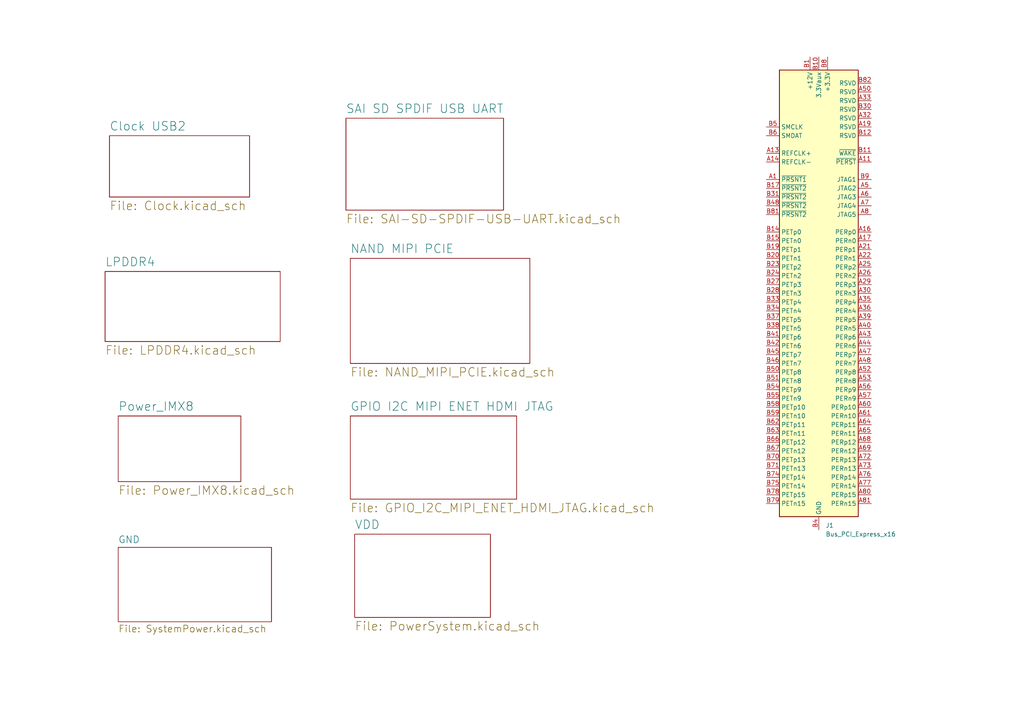
<source format=kicad_sch>
(kicad_sch (version 20230121) (generator eeschema)
  (paper "A4")
  (lib_symbols
    (symbol "Connector:Bus_PCI_Express_x16"
      (property "Reference" "J" (at -8.89 66.04 0))
      (property "Value" "Bus_PCI_Express_x16" (at 13.97 66.04 0))
      (symbol "Bus_PCI_Express_x16_0_1"
        (rectangle (start -11.43 64.77) (end 11.43 -64.77) (stroke (width 0.254)) (fill (type background)))
      )
      (symbol "Bus_PCI_Express_x16_1_1"
        (pin passive line (at -15.24 33.02 0) (length 3.81) (name "~{PRSNT1}") (number "A1"))
        (pin passive line (at 2.54 68.58 270) (length 3.81) hide (name "+3.3V") (number "A10"))
        (pin input line (at 15.24 38.1 180) (length 3.81) (name "~{PERST}") (number "A11"))
        (pin passive line (at 0 -68.58 90) (length 3.81) hide (name "GND") (number "A12"))
        (pin input line (at -15.24 40.64 0) (length 3.81) (name "REFCLK+") (number "A13"))
        (pin input line (at -15.24 38.1 0) (length 3.81) (name "REFCLK-") (number "A14"))
        (pin passive line (at 0 -68.58 90) (length 3.81) hide (name "GND") (number "A15"))
        (pin output line (at 15.24 17.78 180) (length 3.81) (name "PERp0") (number "A16"))
        (pin output line (at 15.24 15.24 180) (length 3.81) (name "PERn0") (number "A17"))
        (pin passive line (at 0 -68.58 90) (length 3.81) hide (name "GND") (number "A18"))
        (pin passive line (at 15.24 48.26 180) (length 3.81) (name "RSVD") (number "A19"))
        (pin passive line (at -2.54 68.58 270) (length 3.81) hide (name "+12V") (number "A2"))
        (pin passive line (at 0 -68.58 90) (length 3.81) hide (name "GND") (number "A20"))
        (pin output line (at 15.24 12.7 180) (length 3.81) (name "PERp1") (number "A21"))
        (pin output line (at 15.24 10.16 180) (length 3.81) (name "PERn1") (number "A22"))
        (pin passive line (at 0 -68.58 90) (length 3.81) hide (name "GND") (number "A23"))
        (pin passive line (at 0 -68.58 90) (length 3.81) hide (name "GND") (number "A24"))
        (pin output line (at 15.24 7.62 180) (length 3.81) (name "PERp2") (number "A25"))
        (pin output line (at 15.24 5.08 180) (length 3.81) (name "PERn2") (number "A26"))
        (pin passive line (at 0 -68.58 90) (length 3.81) hide (name "GND") (number "A27"))
        (pin passive line (at 0 -68.58 90) (length 3.81) hide (name "GND") (number "A28"))
        (pin output line (at 15.24 2.54 180) (length 3.81) (name "PERp3") (number "A29"))
        (pin passive line (at -2.54 68.58 270) (length 3.81) hide (name "+12V") (number "A3"))
        (pin output line (at 15.24 0 180) (length 3.81) (name "PERn3") (number "A30"))
        (pin passive line (at 0 -68.58 90) (length 3.81) hide (name "GND") (number "A31"))
        (pin passive line (at 15.24 50.8 180) (length 3.81) (name "RSVD") (number "A32"))
        (pin passive line (at 15.24 55.88 180) (length 3.81) (name "RSVD") (number "A33"))
        (pin passive line (at 0 -68.58 90) (length 3.81) hide (name "GND") (number "A34"))
        (pin output line (at 15.24 -2.54 180) (length 3.81) (name "PERp4") (number "A35"))
        (pin output line (at 15.24 -5.08 180) (length 3.81) (name "PERn4") (number "A36"))
        (pin passive line (at 0 -68.58 90) (length 3.81) hide (name "GND") (number "A37"))
        (pin passive line (at 0 -68.58 90) (length 3.81) hide (name "GND") (number "A38"))
        (pin output line (at 15.24 -7.62 180) (length 3.81) (name "PERp5") (number "A39"))
        (pin passive line (at 0 -68.58 90) (length 3.81) hide (name "GND") (number "A4"))
        (pin output line (at 15.24 -10.16 180) (length 3.81) (name "PERn5") (number "A40"))
        (pin passive line (at 0 -68.58 90) (length 3.81) hide (name "GND") (number "A41"))
        (pin passive line (at 0 -68.58 90) (length 3.81) hide (name "GND") (number "A42"))
        (pin output line (at 15.24 -12.7 180) (length 3.81) (name "PERp6") (number "A43"))
        (pin output line (at 15.24 -15.24 180) (length 3.81) (name "PERn6") (number "A44"))
        (pin passive line (at 0 -68.58 90) (length 3.81) hide (name "GND") (number "A45"))
        (pin passive line (at 0 -68.58 90) (length 3.81) hide (name "GND") (number "A46"))
        (pin output line (at 15.24 -17.78 180) (length 3.81) (name "PERp7") (number "A47"))
        (pin output line (at 15.24 -20.32 180) (length 3.81) (name "PERn7") (number "A48"))
        (pin passive line (at 0 -68.58 90) (length 3.81) hide (name "GND") (number "A49"))
        (pin input line (at 15.24 30.48 180) (length 3.81) (name "JTAG2") (number "A5"))
        (pin passive line (at 15.24 58.42 180) (length 3.81) (name "RSVD") (number "A50"))
        (pin passive line (at 0 -68.58 90) (length 3.81) hide (name "GND") (number "A51"))
        (pin output line (at 15.24 -22.86 180) (length 3.81) (name "PERp8") (number "A52"))
        (pin output line (at 15.24 -25.4 180) (length 3.81) (name "PERn8") (number "A53"))
        (pin passive line (at 0 -68.58 90) (length 3.81) hide (name "GND") (number "A54"))
        (pin passive line (at 0 -68.58 90) (length 3.81) hide (name "GND") (number "A55"))
        (pin output line (at 15.24 -27.94 180) (length 3.81) (name "PERp9") (number "A56"))
        (pin output line (at 15.24 -30.48 180) (length 3.81) (name "PERn9") (number "A57"))
        (pin passive line (at 0 -68.58 90) (length 3.81) hide (name "GND") (number "A58"))
        (pin passive line (at 0 -68.58 90) (length 3.81) hide (name "GND") (number "A59"))
        (pin input line (at 15.24 27.94 180) (length 3.81) (name "JTAG3") (number "A6"))
        (pin output line (at 15.24 -33.02 180) (length 3.81) (name "PERp10") (number "A60"))
        (pin output line (at 15.24 -35.56 180) (length 3.81) (name "PERn10") (number "A61"))
        (pin passive line (at 0 -68.58 90) (length 3.81) hide (name "GND") (number "A62"))
        (pin passive line (at 0 -68.58 90) (length 3.81) hide (name "GND") (number "A63"))
        (pin output line (at 15.24 -38.1 180) (length 3.81) (name "PERp11") (number "A64"))
        (pin output line (at 15.24 -40.64 180) (length 3.81) (name "PERn11") (number "A65"))
        (pin passive line (at 0 -68.58 90) (length 3.81) hide (name "GND") (number "A66"))
        (pin passive line (at 0 -68.58 90) (length 3.81) hide (name "GND") (number "A67"))
        (pin output line (at 15.24 -43.18 180) (length 3.81) (name "PERp12") (number "A68"))
        (pin output line (at 15.24 -45.72 180) (length 3.81) (name "PERn12") (number "A69"))
        (pin output line (at 15.24 25.4 180) (length 3.81) (name "JTAG4") (number "A7"))
        (pin passive line (at 0 -68.58 90) (length 3.81) hide (name "GND") (number "A70"))
        (pin passive line (at 0 -68.58 90) (length 3.81) hide (name "GND") (number "A71"))
        (pin output line (at 15.24 -48.26 180) (length 3.81) (name "PERp13") (number "A72"))
        (pin output line (at 15.24 -50.8 180) (length 3.81) (name "PERn13") (number "A73"))
        (pin passive line (at 0 -68.58 90) (length 3.81) hide (name "GND") (number "A74"))
        (pin passive line (at 0 -68.58 90) (length 3.81) hide (name "GND") (number "A75"))
        (pin output line (at 15.24 -53.34 180) (length 3.81) (name "PERp14") (number "A76"))
        (pin output line (at 15.24 -55.88 180) (length 3.81) (name "PERn14") (number "A77"))
        (pin passive line (at 0 -68.58 90) (length 3.81) hide (name "GND") (number "A78"))
        (pin passive line (at 0 -68.58 90) (length 3.81) hide (name "GND") (number "A79"))
        (pin input line (at 15.24 22.86 180) (length 3.81) (name "JTAG5") (number "A8"))
        (pin output line (at 15.24 -58.42 180) (length 3.81) (name "PERp15") (number "A80"))
        (pin output line (at 15.24 -60.96 180) (length 3.81) (name "PERn15") (number "A81"))
        (pin passive line (at 0 -68.58 90) (length 3.81) hide (name "GND") (number "A82"))
        (pin passive line (at 2.54 68.58 270) (length 3.81) hide (name "+3.3V") (number "A9"))
        (pin power_in line (at -2.54 68.58 270) (length 3.81) (name "+12V") (number "B1"))
        (pin power_in line (at 0 68.58 270) (length 3.81) (name "3.3Vaux") (number "B10"))
        (pin open_collector line (at 15.24 40.64 180) (length 3.81) (name "~{WAKE}") (number "B11"))
        (pin passive line (at 15.24 45.72 180) (length 3.81) (name "RSVD") (number "B12"))
        (pin passive line (at 0 -68.58 90) (length 3.81) hide (name "GND") (number "B13"))
        (pin input line (at -15.24 17.78 0) (length 3.81) (name "PETp0") (number "B14"))
        (pin input line (at -15.24 15.24 0) (length 3.81) (name "PETn0") (number "B15"))
        (pin passive line (at 0 -68.58 90) (length 3.81) hide (name "GND") (number "B16"))
        (pin passive line (at -15.24 30.48 0) (length 3.81) (name "~{PRSNT2}") (number "B17"))
        (pin passive line (at 0 -68.58 90) (length 3.81) hide (name "GND") (number "B18"))
        (pin input line (at -15.24 12.7 0) (length 3.81) (name "PETp1") (number "B19"))
        (pin passive line (at -2.54 68.58 270) (length 3.81) hide (name "+12V") (number "B2"))
        (pin input line (at -15.24 10.16 0) (length 3.81) (name "PETn1") (number "B20"))
        (pin passive line (at 0 -68.58 90) (length 3.81) hide (name "GND") (number "B21"))
        (pin passive line (at 0 -68.58 90) (length 3.81) hide (name "GND") (number "B22"))
        (pin input line (at -15.24 7.62 0) (length 3.81) (name "PETp2") (number "B23"))
        (pin input line (at -15.24 5.08 0) (length 3.81) (name "PETn2") (number "B24"))
        (pin passive line (at 0 -68.58 90) (length 3.81) hide (name "GND") (number "B25"))
        (pin passive line (at 0 -68.58 90) (length 3.81) hide (name "GND") (number "B26"))
        (pin input line (at -15.24 2.54 0) (length 3.81) (name "PETp3") (number "B27"))
        (pin input line (at -15.24 0 0) (length 3.81) (name "PETn3") (number "B28"))
        (pin passive line (at 0 -68.58 90) (length 3.81) hide (name "GND") (number "B29"))
        (pin passive line (at -2.54 68.58 270) (length 3.81) hide (name "+12V") (number "B3"))
        (pin passive line (at 15.24 53.34 180) (length 3.81) (name "RSVD") (number "B30"))
        (pin passive line (at -15.24 27.94 0) (length 3.81) (name "~{PRSNT2}") (number "B31"))
        (pin passive line (at 0 -68.58 90) (length 3.81) hide (name "GND") (number "B32"))
        (pin input line (at -15.24 -2.54 0) (length 3.81) (name "PETp4") (number "B33"))
        (pin input line (at -15.24 -5.08 0) (length 3.81) (name "PETn4") (number "B34"))
        (pin passive line (at 0 -68.58 90) (length 3.81) hide (name "GND") (number "B35"))
        (pin passive line (at 0 -68.58 90) (length 3.81) hide (name "GND") (number "B36"))
        (pin input line (at -15.24 -7.62 0) (length 3.81) (name "PETp5") (number "B37"))
        (pin input line (at -15.24 -10.16 0) (length 3.81) (name "PETn5") (number "B38"))
        (pin passive line (at 0 -68.58 90) (length 3.81) hide (name "GND") (number "B39"))
        (pin power_in line (at 0 -68.58 90) (length 3.81) (name "GND") (number "B4"))
        (pin passive line (at 0 -68.58 90) (length 3.81) hide (name "GND") (number "B40"))
        (pin input line (at -15.24 -12.7 0) (length 3.81) (name "PETp6") (number "B41"))
        (pin input line (at -15.24 -15.24 0) (length 3.81) (name "PETn6") (number "B42"))
        (pin passive line (at 0 -68.58 90) (length 3.81) hide (name "GND") (number "B43"))
        (pin passive line (at 0 -68.58 90) (length 3.81) hide (name "GND") (number "B44"))
        (pin input line (at -15.24 -17.78 0) (length 3.81) (name "PETp7") (number "B45"))
        (pin input line (at -15.24 -20.32 0) (length 3.81) (name "PETn7") (number "B46"))
        (pin passive line (at 0 -68.58 90) (length 3.81) hide (name "GND") (number "B47"))
        (pin passive line (at -15.24 25.4 0) (length 3.81) (name "~{PRSNT2}") (number "B48"))
        (pin passive line (at 0 -68.58 90) (length 3.81) hide (name "GND") (number "B49"))
        (pin input line (at -15.24 48.26 0) (length 3.81) (name "SMCLK") (number "B5"))
        (pin input line (at -15.24 -22.86 0) (length 3.81) (name "PETp8") (number "B50"))
        (pin input line (at -15.24 -25.4 0) (length 3.81) (name "PETn8") (number "B51"))
        (pin passive line (at 0 -68.58 90) (length 3.81) hide (name "GND") (number "B52"))
        (pin passive line (at 0 -68.58 90) (length 3.81) hide (name "GND") (number "B53"))
        (pin input line (at -15.24 -27.94 0) (length 3.81) (name "PETp9") (number "B54"))
        (pin input line (at -15.24 -30.48 0) (length 3.81) (name "PETn9") (number "B55"))
        (pin passive line (at 0 -68.58 90) (length 3.81) hide (name "GND") (number "B56"))
        (pin passive line (at 0 -68.58 90) (length 3.81) hide (name "GND") (number "B57"))
        (pin input line (at -15.24 -33.02 0) (length 3.81) (name "PETp10") (number "B58"))
        (pin input line (at -15.24 -35.56 0) (length 3.81) (name "PETn10") (number "B59"))
        (pin bidirectional line (at -15.24 45.72 0) (length 3.81) (name "SMDAT") (number "B6"))
        (pin passive line (at 0 -68.58 90) (length 3.81) hide (name "GND") (number "B60"))
        (pin passive line (at 0 -68.58 90) (length 3.81) hide (name "GND") (number "B61"))
        (pin input line (at -15.24 -38.1 0) (length 3.81) (name "PETp11") (number "B62"))
        (pin input line (at -15.24 -40.64 0) (length 3.81) (name "PETn11") (number "B63"))
        (pin passive line (at 0 -68.58 90) (length 3.81) hide (name "GND") (number "B64"))
        (pin passive line (at 0 -68.58 90) (length 3.81) hide (name "GND") (number "B65"))
        (pin input line (at -15.24 -43.18 0) (length 3.81) (name "PETp12") (number "B66"))
        (pin input line (at -15.24 -45.72 0) (length 3.81) (name "PETn12") (number "B67"))
        (pin passive line (at 0 -68.58 90) (length 3.81) hide (name "GND") (number "B68"))
        (pin passive line (at 0 -68.58 90) (length 3.81) hide (name "GND") (number "B69"))
        (pin passive line (at 0 -68.58 90) (length 3.81) hide (name "GND") (number "B7"))
        (pin input line (at -15.24 -48.26 0) (length 3.81) (name "PETp13") (number "B70"))
        (pin input line (at -15.24 -50.8 0) (length 3.81) (name "PETn13") (number "B71"))
        (pin passive line (at 0 -68.58 90) (length 3.81) hide (name "GND") (number "B72"))
        (pin passive line (at 0 -68.58 90) (length 3.81) hide (name "GND") (number "B73"))
        (pin input line (at -15.24 -53.34 0) (length 3.81) (name "PETp14") (number "B74"))
        (pin input line (at -15.24 -55.88 0) (length 3.81) (name "PETn14") (number "B75"))
        (pin passive line (at 0 -68.58 90) (length 3.81) hide (name "GND") (number "B76"))
        (pin passive line (at 0 -68.58 90) (length 3.81) hide (name "GND") (number "B77"))
        (pin input line (at -15.24 -58.42 0) (length 3.81) (name "PETp15") (number "B78"))
        (pin input line (at -15.24 -60.96 0) (length 3.81) (name "PETn15") (number "B79"))
        (pin power_in line (at 2.54 68.58 270) (length 3.81) (name "+3.3V") (number "B8"))
        (pin passive line (at 0 -68.58 90) (length 3.81) hide (name "GND") (number "B80"))
        (pin passive line (at -15.24 22.86 0) (length 3.81) (name "~{PRSNT2}") (number "B81"))
        (pin passive line (at 15.24 60.96 180) (length 3.81) (name "RSVD") (number "B82"))
        (pin input line (at 15.24 33.02 180) (length 3.81) (name "JTAG1") (number "B9"))
      )
    )
  )
  (symbol (lib_id "Connector:Bus_PCI_Express_x16") (at 237.49 85.09 0) (unit 1)
    (property "Reference" "J1" (at 239.4459 152.4 0) (effects (justify left)))
    (property "Value" "Bus_PCI_Express_x16" (at 239.4459 154.94 0) (effects (justify left)))
    (property "Footprint" "Connector_PCBEdge:BUS_PCIexpress_x16" (effects hide))
    (property "Datasheet" "http://www.ritrontek.com/uploadfile/2016/1026/20161026105231124.pdf#page=63" (effects hide))
  )
  (sheet (at 100.33 34.29) (size 45.72 26.67) (stroke (width 0.1524))
    (property "Sheetname" "SAI SD SPDIF USB UART" (at 100.33 32.9634 0) (effects (font (size 2.5 2.5)) (justify left bottom)))
    (property "Sheetfile" "SAI-SD-SPDIF-USB-UART.kicad_sch" (at 100.33 62.0366 0) (effects (font (size 2.5 2.5)) (justify left top)))
  )
  (sheet (at 101.6 120.65) (size 48.26 24.13) (stroke (width 0.1524))
    (property "Sheetname" "GPIO I2C MIPI ENET HDMI JTAG" (at 101.6 119.3234 0) (effects (font (size 2.5 2.5)) (justify left bottom)))
    (property "Sheetfile" "GPIO_I2C_MIPI_ENET_HDMI_JTAG.kicad_sch" (at 101.6 145.8566 0) (effects (font (size 2.5 2.5)) (justify left top)))
  )
  (sheet (at 30.48 78.74) (size 50.8 20.32) (stroke (width 0.1524))
    (property "Sheetname" "LPDDR4" (at 30.48 77.4134 0) (effects (font (size 2.5 2.5)) (justify left bottom)))
    (property "Sheetfile" "LPDDR4.kicad_sch" (at 30.48 100.1366 0) (effects (font (size 2.5 2.5)) (justify left top)))
  )
  (sheet (at 101.6 74.93) (size 52.07 30.48) (stroke (width 0.1524))
    (property "Sheetname" "NAND MIPI PCIE" (at 101.6 73.6034 0) (effects (font (size 2.5 2.5)) (justify left bottom)))
    (property "Sheetfile" "NAND_MIPI_PCIE.kicad_sch" (at 101.6 106.4866 0) (effects (font (size 2.5 2.5)) (justify left top)))
  )
  (sheet (at 31.75 39.37) (size 40.64 17.78) (stroke (width 0.1524))
    (property "Sheetname" "Clock USB2" (at 31.75 38.0434 0) (effects (font (size 2.5 2.5)) (justify left bottom)))
    (property "Sheetfile" "Clock.kicad_sch" (at 31.75 58.2266 0) (effects (font (size 2.5 2.5)) (justify left top)))
  )
  (sheet (at 102.87 154.94) (size 39.37 24.13) (stroke (width 0.1524))
    (property "Sheetname" "VDD" (at 102.87 153.6134 0) (effects (font (size 2.5 2.5)) (justify left bottom)))
    (property "Sheetfile" "PowerSystem.kicad_sch" (at 102.87 180.1466 0) (effects (font (size 2.5 2.5)) (justify left top)))
  )
  (sheet (at 34.29 158.75) (size 44.45 21.59) (stroke (width 0.1524))
    (property "Sheetname" "GND" (at 34.29 157.6734 0) (effects (font (size 2 2)) (justify left bottom)))
    (property "Sheetfile" "SystemPower.kicad_sch" (at 34.29 181.2166 0) (effects (font (size 2 2)) (justify left top)))
  )
  (sheet (at 34.29 120.65) (size 35.56 19.05) (stroke (width 0.1524))
    (property "Sheetname" "Power_IMX8" (at 34.29 119.3234 0) (effects (font (size 2.5 2.5)) (justify left bottom)))
    (property "Sheetfile" "Power_IMX8.kicad_sch" (at 34.29 140.7766 0) (effects (font (size 2.5 2.5)) (justify left top)))
  )
)
</source>
